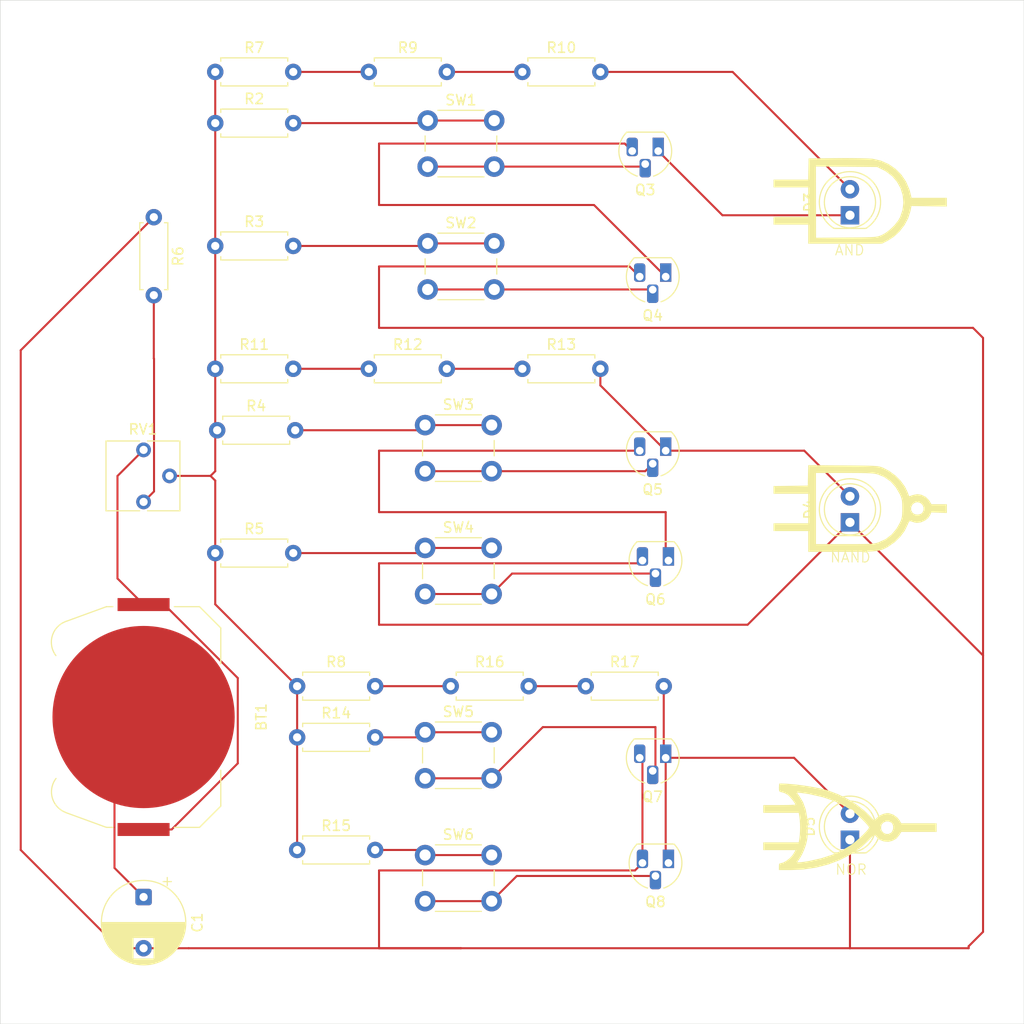
<source format=kicad_pcb>
(kicad_pcb (version 20241229) (generator "pcbnew") (generator_version "9.0")
  (layers (0 "F.Cu" signal) (2 "B.Cu" signal) (13 "F.Paste" user) (15 "B.Paste" user) (5 "F.SilkS" user "F.Silkscreen") (7 "B.SilkS" user "B.Silkscreen") (1 "F.Mask" user) (3 "B.Mask" user) (25 "Edge.Cuts" user))
  (net 0 "")
  (net 1 "Net-(BT1-+)")
  (net 2 "Net-(BT1--)")
  (net 3 "ground")
  (net 4 "Net-(D3-K)")
  (net 5 "Net-(D3-A)")
  (net 6 "Net-(D4-A)")
  (net 7 "Net-(D5-A)")
  (net 8 "Net-(Q3-B)")
  (net 9 "Net-(Q3-E)")
  (net 10 "Net-(Q4-B)")
  (net 11 "Net-(Q5-E)")
  (net 12 "Net-(Q5-B)")
  (net 13 "Net-(Q6-B)")
  (net 14 "Net-(Q7-B)")
  (net 15 "Net-(Q8-B)")
  (net 16 "Net-(R2-Pad2)")
  (net 17 "Net-(R11-Pad1)")
  (net 18 "Net-(R3-Pad2)")
  (net 19 "Net-(R4-Pad2)")
  (net 20 "Net-(R5-Pad2)")
  (net 21 "Net-(R6-Pad2)")
  (net 22 "Net-(R7-Pad2)")
  (net 23 "Net-(R16-Pad1)")
  (net 24 "Net-(R10-Pad1)")
  (net 25 "Net-(R11-Pad2)")
  (net 26 "Net-(R12-Pad2)")
  (net 27 "Net-(R14-Pad2)")
  (net 28 "Net-(R15-Pad2)")
  (net 29 "Net-(R16-Pad2)")
  (footprint "Resistor_THT:R_Axial_DIN0207_L6.3mm_D2.5mm_P7.62mm_Horizontal" (layer "F.Cu") (at 121 96)
    (property "Reference" "R11" (at 3.81 -2.37 0) (layer "F.SilkS"))
    (property "Value" "R")
    (pad "1" thru_hole circle (at 0 0) (size 1.6 1.6) (drill 0.8) (layers "*.Cu" "*.Mask") (net 17 "Net-(R11-Pad1)"))
    (pad "2" thru_hole circle (at 7.62 0) (size 1.6 1.6) (drill 0.8) (layers "*.Cu" "*.Mask") (net 25 "Net-(R11-Pad2)"))
  )
  (footprint "LED_THT:LED_D5.0mm" (layer "F.Cu") (at 183 142 90)
    (property "Reference" "D5" (at 1.27 -3.96 90) (layer "F.SilkS"))
    (property "Value" "LED")
    (pad "1" thru_hole rect (at 0 0 90) (size 1.8 1.8) (drill 0.9) (layers "*.Cu" "*.Mask") (net 3 "ground"))
    (pad "2" thru_hole circle (at 2.54 0 90) (size 1.8 1.8) (drill 0.9) (layers "*.Cu" "*.Mask") (net 7 "Net-(D5-A)"))
  )
  (footprint "Capacitor_THT:CP_Radial_D8.0mm_P5.00mm" (layer "F.Cu") (at 114 147.597349 -90)
    (property "Reference" "C1" (at 2.5 -5.25 90) (layer "F.SilkS"))
    (property "Value" "C")
    (pad "1" thru_hole roundrect (at 0 0 270) (size 1.6 1.6) (drill 0.8) (layers "*.Cu" "*.Mask") (roundrect_rratio 0.15625) (net 2 "Net-(BT1--)"))
    (pad "2" thru_hole circle (at 5 0 270) (size 1.6 1.6) (drill 0.8) (layers "*.Cu" "*.Mask") (net 3 "ground"))
  )
  (footprint "Resistor_THT:R_Axial_DIN0207_L6.3mm_D2.5mm_P7.62mm_Horizontal" (layer "F.Cu") (at 121 72)
    (property "Reference" "R2" (at 3.81 -2.37 0) (layer "F.SilkS"))
    (property "Value" "R")
    (pad "1" thru_hole circle (at 0 0) (size 1.6 1.6) (drill 0.8) (layers "*.Cu" "*.Mask") (net 17 "Net-(R11-Pad1)"))
    (pad "2" thru_hole circle (at 7.62 0) (size 1.6 1.6) (drill 0.8) (layers "*.Cu" "*.Mask") (net 16 "Net-(R2-Pad2)"))
  )
  (footprint "Button_Switch_THT:SW_PUSH_6mm" (layer "F.Cu") (at 141.5 143.5)
    (property "Reference" "SW6" (at 3.25 -2 0) (layer "F.SilkS"))
    (property "Value" "SW_Push")
    (pad "1" thru_hole circle (at 0 0 90) (size 2 2) (drill 1.1) (layers "*.Cu" "*.Mask") (net 28 "Net-(R15-Pad2)"))
    (pad "1" thru_hole circle (at 6.5 0 90) (size 2 2) (drill 1.1) (layers "*.Cu" "*.Mask") (net 28 "Net-(R15-Pad2)"))
    (pad "2" thru_hole circle (at 0 4.5 90) (size 2 2) (drill 1.1) (layers "*.Cu" "*.Mask") (net 15 "Net-(Q8-B)"))
    (pad "2" thru_hole circle (at 6.5 4.5 90) (size 2 2) (drill 1.1) (layers "*.Cu" "*.Mask") (net 15 "Net-(Q8-B)"))
  )
  (footprint "Package_TO_SOT_THT:TO-92L_HandSolder" (layer "F.Cu") (at 165.27 114.73 180)
    (property "Reference" "Q6" (at 1.27 -3.8 0) (layer "F.SilkS"))
    (property "Value" "NPN")
    (pad "1" thru_hole rect (at 0 0 180) (size 1.1 1.8) (drill 0.75 (offset 0 0.4)) (layers "*.Cu" "*.Mask") (net 11 "Net-(Q5-E)"))
    (pad "2" thru_hole roundrect (at 1.27 -1.27 180) (size 1.1 1.8) (drill 0.75 (offset 0 -0.4)) (layers "*.Cu" "*.Mask") (net 13 "Net-(Q6-B)"))
    (pad "3" thru_hole roundrect (at 2.54 0 180) (size 1.1 1.8) (drill 0.75 (offset 0 0.4)) (layers "*.Cu" "*.Mask") (net 3 "ground"))
  )
  (footprint "LOGO" (layer "F.Cu") (at 184 79.55)
    (property "Reference" "G***" (hide yes))
    (property "Value" "LOGO" (hide yes))
  )
  (footprint "Resistor_THT:R_Axial_DIN0207_L6.3mm_D2.5mm_P7.62mm_Horizontal" (layer "F.Cu") (at 115 81.19 -90)
    (property "Reference" "R6" (at 3.81 -2.37 90) (layer "F.SilkS"))
    (property "Value" "R")
    (pad "1" thru_hole circle (at 0 0 270) (size 1.6 1.6) (drill 0.8) (layers "*.Cu" "*.Mask") (net 3 "ground"))
    (pad "2" thru_hole circle (at 7.62 0 270) (size 1.6 1.6) (drill 0.8) (layers "*.Cu" "*.Mask") (net 21 "Net-(R6-Pad2)"))
  )
  (footprint "Battery:BatteryHolder_Keystone_3034_1x20mm" (layer "F.Cu") (at 114 130.015 -90)
    (property "Reference" "BT1" (at 0 -11.5 90) (layer "F.SilkS"))
    (property "Value" "Battery_Cell")
    (pad "1" smd rect (at -10.985 0 270) (size 1.27 5.08) (layers "F.Cu" "F.Mask" "F.Paste") (net 1 "Net-(BT1-+)"))
    (pad "1" smd rect (at 10.985 0 270) (size 1.27 5.08) (layers "F.Cu" "F.Mask" "F.Paste") (net 1 "Net-(BT1-+)"))
    (pad "2" smd circle (at 0 0 270) (size 17.8 17.8) (layers "F.Cu" "F.Mask") (net 2 "Net-(BT1--)"))
  )
  (footprint "Button_Switch_THT:SW_PUSH_6mm" (layer "F.Cu") (at 141.75 71.75)
    (property "Reference" "SW1" (at 3.25 -2 0) (layer "F.SilkS"))
    (property "Value" "SW_Push")
    (pad "1" thru_hole circle (at 0 0 90) (size 2 2) (drill 1.1) (layers "*.Cu" "*.Mask") (net 16 "Net-(R2-Pad2)"))
    (pad "1" thru_hole circle (at 6.5 0 90) (size 2 2) (drill 1.1) (layers "*.Cu" "*.Mask") (net 16 "Net-(R2-Pad2)"))
    (pad "2" thru_hole circle (at 0 4.5 90) (size 2 2) (drill 1.1) (layers "*.Cu" "*.Mask") (net 8 "Net-(Q3-B)"))
    (pad "2" thru_hole circle (at 6.5 4.5 90) (size 2 2) (drill 1.1) (layers "*.Cu" "*.Mask") (net 8 "Net-(Q3-B)"))
  )
  (footprint "LED_THT:LED_D5.0mm" (layer "F.Cu") (at 183 81 90)
    (property "Reference" "D3" (at 1.27 -3.96 90) (layer "F.SilkS"))
    (property "Value" "LED")
    (pad "1" thru_hole rect (at 0 0 90) (size 1.8 1.8) (drill 0.9) (layers "*.Cu" "*.Mask") (net 4 "Net-(D3-K)"))
    (pad "2" thru_hole circle (at 2.54 0 90) (size 1.8 1.8) (drill 0.9) (layers "*.Cu" "*.Mask") (net 5 "Net-(D3-A)"))
  )
  (footprint "Resistor_THT:R_Axial_DIN0207_L6.3mm_D2.5mm_P7.62mm_Horizontal" (layer "F.Cu") (at 136 96)
    (property "Reference" "R12" (at 3.81 -2.37 0) (layer "F.SilkS"))
    (property "Value" "R")
    (pad "1" thru_hole circle (at 0 0) (size 1.6 1.6) (drill 0.8) (layers "*.Cu" "*.Mask") (net 25 "Net-(R11-Pad2)"))
    (pad "2" thru_hole circle (at 7.62 0) (size 1.6 1.6) (drill 0.8) (layers "*.Cu" "*.Mask") (net 26 "Net-(R12-Pad2)"))
  )
  (footprint "Resistor_THT:R_Axial_DIN0207_L6.3mm_D2.5mm_P7.62mm_Horizontal" (layer "F.Cu") (at 121.19 102)
    (property "Reference" "R4" (at 3.81 -2.37 0) (layer "F.SilkS"))
    (property "Value" "R")
    (pad "1" thru_hole circle (at 0 0) (size 1.6 1.6) (drill 0.8) (layers "*.Cu" "*.Mask") (net 17 "Net-(R11-Pad1)"))
    (pad "2" thru_hole circle (at 7.62 0) (size 1.6 1.6) (drill 0.8) (layers "*.Cu" "*.Mask") (net 19 "Net-(R4-Pad2)"))
  )
  (footprint "Button_Switch_THT:SW_PUSH_6mm" (layer "F.Cu") (at 141.5 101.5)
    (property "Reference" "SW3" (at 3.25 -2 0) (layer "F.SilkS"))
    (property "Value" "SW_Push")
    (pad "1" thru_hole circle (at 0 0 90) (size 2 2) (drill 1.1) (layers "*.Cu" "*.Mask") (net 19 "Net-(R4-Pad2)"))
    (pad "1" thru_hole circle (at 6.5 0 90) (size 2 2) (drill 1.1) (layers "*.Cu" "*.Mask") (net 19 "Net-(R4-Pad2)"))
    (pad "2" thru_hole circle (at 0 4.5 90) (size 2 2) (drill 1.1) (layers "*.Cu" "*.Mask") (net 12 "Net-(Q5-B)"))
    (pad "2" thru_hole circle (at 6.5 4.5 90) (size 2 2) (drill 1.1) (layers "*.Cu" "*.Mask") (net 12 "Net-(Q5-B)"))
  )
  (footprint "Resistor_THT:R_Axial_DIN0207_L6.3mm_D2.5mm_P7.62mm_Horizontal" (layer "F.Cu") (at 129 143)
    (property "Reference" "R15" (at 3.81 -2.37 0) (layer "F.SilkS"))
    (property "Value" "R")
    (pad "1" thru_hole circle (at 0 0) (size 1.6 1.6) (drill 0.8) (layers "*.Cu" "*.Mask") (net 17 "Net-(R11-Pad1)"))
    (pad "2" thru_hole circle (at 7.62 0) (size 1.6 1.6) (drill 0.8) (layers "*.Cu" "*.Mask") (net 28 "Net-(R15-Pad2)"))
  )
  (footprint "Resistor_THT:R_Axial_DIN0207_L6.3mm_D2.5mm_P7.62mm_Horizontal" (layer "F.Cu") (at 129 127)
    (property "Reference" "R8" (at 3.81 -2.37 0) (layer "F.SilkS"))
    (property "Value" "R")
    (pad "1" thru_hole circle (at 0 0) (size 1.6 1.6) (drill 0.8) (layers "*.Cu" "*.Mask") (net 17 "Net-(R11-Pad1)"))
    (pad "2" thru_hole circle (at 7.62 0) (size 1.6 1.6) (drill 0.8) (layers "*.Cu" "*.Mask") (net 23 "Net-(R16-Pad1)"))
  )
  (footprint "Resistor_THT:R_Axial_DIN0207_L6.3mm_D2.5mm_P7.62mm_Horizontal" (layer "F.Cu") (at 151 96)
    (property "Reference" "R13" (at 3.81 -2.37 0) (layer "F.SilkS"))
    (property "Value" "R")
    (pad "1" thru_hole circle (at 0 0) (size 1.6 1.6) (drill 0.8) (layers "*.Cu" "*.Mask") (net 26 "Net-(R12-Pad2)"))
    (pad "2" thru_hole circle (at 7.62 0) (size 1.6 1.6) (drill 0.8) (layers "*.Cu" "*.Mask") (net 6 "Net-(D4-A)"))
  )
  (footprint "Button_Switch_THT:SW_PUSH_6mm" (layer "F.Cu") (at 141.5 131.5)
    (property "Reference" "SW5" (at 3.25 -2 0) (layer "F.SilkS"))
    (property "Value" "SW_Push")
    (pad "1" thru_hole circle (at 0 0 90) (size 2 2) (drill 1.1) (layers "*.Cu" "*.Mask") (net 27 "Net-(R14-Pad2)"))
    (pad "1" thru_hole circle (at 6.5 0 90) (size 2 2) (drill 1.1) (layers "*.Cu" "*.Mask") (net 27 "Net-(R14-Pad2)"))
    (pad "2" thru_hole circle (at 0 4.5 90) (size 2 2) (drill 1.1) (layers "*.Cu" "*.Mask") (net 14 "Net-(Q7-B)"))
    (pad "2" thru_hole circle (at 6.5 4.5 90) (size 2 2) (drill 1.1) (layers "*.Cu" "*.Mask") (net 14 "Net-(Q7-B)"))
  )
  (footprint "Button_Switch_THT:SW_PUSH_6mm" (layer "F.Cu") (at 141.5 113.5)
    (property "Reference" "SW4" (at 3.25 -2 0) (layer "F.SilkS"))
    (property "Value" "SW_Push")
    (pad "1" thru_hole circle (at 0 0 90) (size 2 2) (drill 1.1) (layers "*.Cu" "*.Mask") (net 20 "Net-(R5-Pad2)"))
    (pad "1" thru_hole circle (at 6.5 0 90) (size 2 2) (drill 1.1) (layers "*.Cu" "*.Mask") (net 20 "Net-(R5-Pad2)"))
    (pad "2" thru_hole circle (at 0 4.5 90) (size 2 2) (drill 1.1) (layers "*.Cu" "*.Mask") (net 13 "Net-(Q6-B)"))
    (pad "2" thru_hole circle (at 6.5 4.5 90) (size 2 2) (drill 1.1) (layers "*.Cu" "*.Mask") (net 13 "Net-(Q6-B)"))
  )
  (footprint "Resistor_THT:R_Axial_DIN0207_L6.3mm_D2.5mm_P7.62mm_Horizontal" (layer "F.Cu") (at 136 67)
    (property "Reference" "R9" (at 3.81 -2.37 0) (layer "F.SilkS"))
    (property "Value" "R")
    (pad "1" thru_hole circle (at 0 0) (size 1.6 1.6) (drill 0.8) (layers "*.Cu" "*.Mask") (net 22 "Net-(R7-Pad2)"))
    (pad "2" thru_hole circle (at 7.62 0) (size 1.6 1.6) (drill 0.8) (layers "*.Cu" "*.Mask") (net 24 "Net-(R10-Pad1)"))
  )
  (footprint "Resistor_THT:R_Axial_DIN0207_L6.3mm_D2.5mm_P7.62mm_Horizontal" (layer "F.Cu") (at 151 67)
    (property "Reference" "R10" (at 3.81 -2.37 0) (layer "F.SilkS"))
    (property "Value" "R")
    (pad "1" thru_hole circle (at 0 0) (size 1.6 1.6) (drill 0.8) (layers "*.Cu" "*.Mask") (net 24 "Net-(R10-Pad1)"))
    (pad "2" thru_hole circle (at 7.62 0) (size 1.6 1.6) (drill 0.8) (layers "*.Cu" "*.Mask") (net 5 "Net-(D3-A)"))
  )
  (footprint "LED_THT:LED_D5.0mm" (layer "F.Cu") (at 183 111 90)
    (property "Reference" "D4" (at 1.27 -3.96 90) (layer "F.SilkS"))
    (property "Value" "LED")
    (pad "1" thru_hole rect (at 0 0 90) (size 1.8 1.8) (drill 0.9) (layers "*.Cu" "*.Mask") (net 3 "ground"))
    (pad "2" thru_hole circle (at 2.54 0 90) (size 1.8 1.8) (drill 0.9) (layers "*.Cu" "*.Mask") (net 6 "Net-(D4-A)"))
  )
  (footprint "Resistor_THT:R_Axial_DIN0207_L6.3mm_D2.5mm_P7.62mm_Horizontal" (layer "F.Cu") (at 121 67)
    (property "Reference" "R7" (at 3.81 -2.37 0) (layer "F.SilkS"))
    (property "Value" "R")
    (pad "1" thru_hole circle (at 0 0) (size 1.6 1.6) (drill 0.8) (layers "*.Cu" "*.Mask") (net 17 "Net-(R11-Pad1)"))
    (pad "2" thru_hole circle (at 7.62 0) (size 1.6 1.6) (drill 0.8) (layers "*.Cu" "*.Mask") (net 22 "Net-(R7-Pad2)"))
  )
  (footprint "Potentiometer_THT:Potentiometer_Vishay_T73YP_Vertical" (layer "F.Cu") (at 114 109)
    (property "Reference" "RV1" (at -0.06 -7.09 0) (layer "F.SilkS"))
    (property "Value" "R_Potentiometer")
    (pad "1" thru_hole circle (at 0 0) (size 1.44 1.44) (drill 0.8) (layers "*.Cu" "*.Mask") (net 21 "Net-(R6-Pad2)"))
    (pad "2" thru_hole circle (at 2.54 -2.54) (size 1.44 1.44) (drill 0.8) (layers "*.Cu" "*.Mask") (net 17 "Net-(R11-Pad1)"))
    (pad "3" thru_hole circle (at 0 -5.08) (size 1.44 1.44) (drill 0.8) (layers "*.Cu" "*.Mask") (net 1 "Net-(BT1-+)"))
  )
  (footprint "LOGO" (layer "F.Cu") (at 184 109.65)
    (property "Reference" "G***" (hide yes))
    (property "Value" "LOGO" (hide yes))
  )
  (footprint "Package_TO_SOT_THT:TO-92L_HandSolder" (layer "F.Cu") (at 165 104 180)
    (property "Reference" "Q5" (at 1.27 -3.8 0) (layer "F.SilkS"))
    (property "Value" "NPN")
    (pad "1" thru_hole rect (at 0 0 180) (size 1.1 1.8) (drill 0.75 (offset 0 0.4)) (layers "*.Cu" "*.Mask") (net 6 "Net-(D4-A)"))
    (pad "2" thru_hole roundrect (at 1.27 -1.27 180) (size 1.1 1.8) (drill 0.75 (offset 0 -0.4)) (layers "*.Cu" "*.Mask") (net 12 "Net-(Q5-B)"))
    (pad "3" thru_hole roundrect (at 2.54 0 180) (size 1.1 1.8) (drill 0.75 (offset 0 0.4)) (layers "*.Cu" "*.Mask") (net 11 "Net-(Q5-E)"))
  )
  (footprint "Package_TO_SOT_THT:TO-92L_HandSolder" (layer "F.Cu") (at 164.27 74.73 180)
    (property "Reference" "Q3" (at 1.27 -3.8 0) (layer "F.SilkS"))
    (property "Value" "NPN")
    (pad "1" thru_hole rect (at 0 0 180) (size 1.1 1.8) (drill 0.75 (offset 0 0.4)) (layers "*.Cu" "*.Mask") (net 4 "Net-(D3-K)"))
    (pad "2" thru_hole roundrect (at 1.27 -1.27 180) (size 1.1 1.8) (drill 0.75 (offset 0 -0.4)) (layers "*.Cu" "*.Mask") (net 8 "Net-(Q3-B)"))
    (pad "3" thru_hole roundrect (at 2.54 0 180) (size 1.1 1.8) (drill 0.75 (offset 0 0.4)) (layers "*.Cu" "*.Mask") (net 9 "Net-(Q3-E)"))
  )
  (footprint "Package_TO_SOT_THT:TO-92L_HandSolder" (layer "F.Cu") (at 165.27 144.27 180)
    (property "Reference" "Q8" (at 1.27 -3.8 0) (layer "F.SilkS"))
    (property "Value" "NPN")
    (pad "1" thru_hole rect (at 0 0 180) (size 1.1 1.8) (drill 0.75 (offset 0 0.4)) (layers "*.Cu" "*.Mask") (net 7 "Net-(D5-A)"))
    (pad "2" thru_hole roundrect (at 1.27 -1.27 180) (size 1.1 1.8) (drill 0.75 (offset 0 -0.4)) (layers "*.Cu" "*.Mask") (net 15 "Net-(Q8-B)"))
    (pad "3" thru_hole roundrect (at 2.54 0 180) (size 1.1 1.8) (drill 0.75 (offset 0 0.4)) (layers "*.Cu" "*.Mask") (net 3 "ground"))
  )
  (footprint "Resistor_THT:R_Axial_DIN0207_L6.3mm_D2.5mm_P7.62mm_Horizontal" (layer "F.Cu") (at 121 114)
    (property "Reference" "R5" (at 3.81 -2.37 0) (layer "F.SilkS"))
    (property "Value" "R")
    (pad "1" thru_hole circle (at 0 0) (size 1.6 1.6) (drill 0.8) (layers "*.Cu" "*.Mask") (net 17 "Net-(R11-Pad1)"))
    (pad "2" thru_hole circle (at 7.62 0) (size 1.6 1.6) (drill 0.8) (layers "*.Cu" "*.Mask") (net 20 "Net-(R5-Pad2)"))
  )
  (footprint "Button_Switch_THT:SW_PUSH_6mm" (layer "F.Cu") (at 141.75 83.75)
    (property "Reference" "SW2" (at 3.25 -2 0) (layer "F.SilkS"))
    (property "Value" "SW_Push")
    (pad "1" thru_hole circle (at 0 0 90) (size 2 2) (drill 1.1) (layers "*.Cu" "*.Mask") (net 18 "Net-(R3-Pad2)"))
    (pad "1" thru_hole circle (at 6.5 0 90) (size 2 2) (drill 1.1) (layers "*.Cu" "*.Mask") (net 18 "Net-(R3-Pad2)"))
    (pad "2" thru_hole circle (at 0 4.5 90) (size 2 2) (drill 1.1) (layers "*.Cu" "*.Mask") (net 10 "Net-(Q4-B)"))
    (pad "2" thru_hole circle (at 6.5 4.5 90) (size 2 2) (drill 1.1) (layers "*.Cu" "*.Mask") (net 10 "Net-(Q4-B)"))
  )
  (footprint "Resistor_THT:R_Axial_DIN0207_L6.3mm_D2.5mm_P7.62mm_Horizontal" (layer "F.Cu") (at 121 84)
    (property "Reference" "R3" (at 3.81 -2.37 0) (layer "F.SilkS"))
    (property "Value" "R")
    (pad "1" thru_hole circle (at 0 0) (size 1.6 1.6) (drill 0.8) (layers "*.Cu" "*.Mask") (net 17 "Net-(R11-Pad1)"))
    (pad "2" thru_hole circle (at 7.62 0) (size 1.6 1.6) (drill 0.8) (layers "*.Cu" "*.Mask") (net 18 "Net-(R3-Pad2)"))
  )
  (footprint "Resistor_THT:R_Axial_DIN0207_L6.3mm_D2.5mm_P7.62mm_Horizontal" (layer "F.Cu") (at 144 127)
    (property "Reference" "R16" (at 3.81 -2.37 0) (layer "F.SilkS"))
    (property "Value" "R")
    (pad "1" thru_hole circle (at 0 0) (size 1.6 1.6) (drill 0.8) (layers "*.Cu" "*.Mask") (net 23 "Net-(R16-Pad1)"))
    (pad "2" thru_hole circle (at 7.62 0) (size 1.6 1.6) (drill 0.8) (layers "*.Cu" "*.Mask") (net 29 "Net-(R16-Pad2)"))
  )
  (footprint "LOGO" (layer "F.Cu") (at 183 140.73)
    (property "Reference" "G***" (hide yes))
    (property "Value" "LOGO" (hide yes))
  )
  (footprint "Resistor_THT:R_Axial_DIN0207_L6.3mm_D2.5mm_P7.62mm_Horizontal" (layer "F.Cu") (at 129 132)
    (property "Reference" "R14" (at 3.81 -2.37 0) (layer "F.SilkS"))
    (property "Value" "R")
    (pad "1" thru_hole circle (at 0 0) (size 1.6 1.6) (drill 0.8) (layers "*.Cu" "*.Mask") (net 17 "Net-(R11-Pad1)"))
    (pad "2" thru_hole circle (at 7.62 0) (size 1.6 1.6) (drill 0.8) (layers "*.Cu" "*.Mask") (net 27 "Net-(R14-Pad2)"))
  )
  (footprint "Resistor_THT:R_Axial_DIN0207_L6.3mm_D2.5mm_P7.62mm_Horizontal" (layer "F.Cu") (at 157.19 127)
    (property "Reference" "R17" (at 3.81 -2.37 0) (layer "F.SilkS"))
    (property "Value" "R")
    (pad "1" thru_hole circle (at 0 0) (size 1.6 1.6) (drill 0.8) (layers "*.Cu" "*.Mask") (net 29 "Net-(R16-Pad2)"))
    (pad "2" thru_hole circle (at 7.62 0) (size 1.6 1.6) (drill 0.8) (layers "*.Cu" "*.Mask") (net 7 "Net-(D5-A)"))
  )
  (footprint "Package_TO_SOT_THT:TO-92L_HandSolder" (layer "F.Cu") (at 165 87 180)
    (property "Reference" "Q4" (at 1.27 -3.8 0) (layer "F.SilkS"))
    (property "Value" "NPN")
    (pad "1" thru_hole rect (at 0 0 180) (size 1.1 1.8) (drill 0.75 (offset 0 0.4)) (layers "*.Cu" "*.Mask") (net 9 "Net-(Q3-E)"))
    (pad "2" thru_hole roundrect (at 1.27 -1.27 180) (size 1.1 1.8) (drill 0.75 (offset 0 -0.4)) (layers "*.Cu" "*.Mask") (net 10 "Net-(Q4-B)"))
    (pad "3" thru_hole roundrect (at 2.54 0 180) (size 1.1 1.8) (drill 0.75 (offset 0 0.4)) (layers "*.Cu" "*.Mask") (net 3 "ground"))
  )
  (footprint "Package_TO_SOT_THT:TO-92L_HandSolder" (layer "F.Cu") (at 165 134 180)
    (property "Reference" "Q7" (at 1.27 -3.8 0) (layer "F.SilkS"))
    (property "Value" "NPN")
    (pad "1" thru_hole rect (at 0 0 180) (size 1.1 1.8) (drill 0.75 (offset 0 0.4)) (layers "*.Cu" "*.Mask") (net 7 "Net-(D5-A)"))
    (pad "2" thru_hole roundrect (at 1.27 -1.27 180) (size 1.1 1.8) (drill 0.75 (offset 0 -0.4)) (layers "*.Cu" "*.Mask") (net 14 "Net-(Q7-B)"))
    (pad "3" thru_hole roundrect (at 2.54 0 180) (size 1.1 1.8) (drill 0.75 (offset 0 0.4)) (layers "*.Cu" "*.Mask") (net 3 "ground"))
  )
  (gr_rect (start 100 60) (end 200 160) (stroke (width 0.05)) (fill no) (layer "Edge.Cuts"))
  (gr_text "NOR" (at 181.5 145.5 0) (layer "F.SilkS") (effects (font (size 1 1) (thickness 0.1)) (justify left bottom)))
  (gr_text "AND" (at 181.455 85 0) (layer "F.SilkS") (effects (font (size 1 1) (thickness 0.1)) (justify left bottom)))
  (gr_text "NAND" (at 181 115 0) (layer "F.SilkS") (effects (font (size 1 1) (thickness 0.1)) (justify left bottom)))
  (segment (start 116.027179 119.03) (end 114 119.03) (width 0.2) (layer "F.Cu") (net 1))
  (segment (start 111.45 106.47) (end 111.45 116.48) (width 0.2) (layer "F.Cu") (net 1))
  (segment (start 114 141) (end 116.74 141) (width 0.2) (layer "F.Cu") (net 1))
  (segment (start 111.45 116.48) (end 114 119.03) (width 0.2) (layer "F.Cu") (net 1))
  (segment (start 123.201 134.539) (end 123.201 126.203821) (width 0.2) (layer "F.Cu") (net 1))
  (segment (start 123.201 126.203821) (end 116.027179 119.03) (width 0.2) (layer "F.Cu") (net 1))
  (segment (start 112.03 119.03) (end 114 119.03) (width 0.2) (layer "F.Cu") (net 1))
  (segment (start 116.74 141) (end 123.201 134.539) (width 0.2) (layer "F.Cu") (net 1))
  (segment (start 114 103.92) (end 111.45 106.47) (width 0.2) (layer "F.Cu") (net 1))
  (segment (start 111.159 132.856) (end 114 130.015) (width 0.2) (layer "F.Cu") (net 2))
  (segment (start 111.159 144.756349) (end 111.159 132.856) (width 0.2) (layer "F.Cu") (net 2))
  (segment (start 114 147.597349) (end 111.159 144.756349) (width 0.2) (layer "F.Cu") (net 2))
  (segment (start 137 152.597349) (end 145 152.597349) (width 0.2) (layer "F.Cu") (net 3))
  (segment (start 162.73 134.27) (end 162.73 144.27) (width 0.2) (layer "F.Cu") (net 3))
  (segment (start 195.015871 92) (end 196 92.984129) (width 0.2) (layer "F.Cu") (net 3))
  (segment (start 162 145) (end 137 145) (width 0.2) (layer "F.Cu") (net 3))
  (segment (start 196 92.984129) (end 196 124) (width 0.2) (layer "F.Cu") (net 3))
  (segment (start 137 86) (end 137 92) (width 0.2) (layer "F.Cu") (net 3))
  (segment (start 137 115) (end 137 121) (width 0.2) (layer "F.Cu") (net 3))
  (segment (start 162.46 115) (end 137 115) (width 0.2) (layer "F.Cu") (net 3))
  (segment (start 196 124) (end 196 151) (width 0.2) (layer "F.Cu") (net 3))
  (segment (start 137 92) (end 195.015871 92) (width 0.2) (layer "F.Cu") (net 3))
  (segment (start 137 145) (end 137 152.597349) (width 0.2) (layer "F.Cu") (net 3))
  (segment (start 162.46 87) (end 161.46 86) (width 0.2) (layer "F.Cu") (net 3))
  (segment (start 145 152.597349) (end 118.402651 152.597349) (width 0.2) (layer "F.Cu") (net 3))
  (segment (start 118.402651 152.597349) (end 114 152.597349) (width 0.2) (layer "F.Cu") (net 3))
  (segment (start 111.597349 152.597349) (end 114 152.597349) (width 0.2) (layer "F.Cu") (net 3))
  (segment (start 183 111) (end 196 124) (width 0.2) (layer "F.Cu") (net 3))
  (segment (start 102 143) (end 111.597349 152.597349) (width 0.2) (layer "F.Cu") (net 3))
  (segment (start 115 81.19) (end 102 94.19) (width 0.2) (layer "F.Cu") (net 3))
  (segment (start 183 142) (end 183 152.597349) (width 0.2) (layer "F.Cu") (net 3))
  (segment (start 173 121) (end 183 111) (width 0.2) (layer "F.Cu") (net 3))
  (segment (start 102 94.19) (end 102 143) (width 0.2) (layer "F.Cu") (net 3))
  (segment (start 162.46 134) (end 162.73 134.27) (width 0.2) (layer "F.Cu") (net 3))
  (segment (start 162.73 144.27) (end 162 145) (width 0.2) (layer "F.Cu") (net 3))
  (segment (start 137 121) (end 173 121) (width 0.2) (layer "F.Cu") (net 3))
  (segment (start 183 152.597349) (end 194.597349 152.597349) (width 0.2) (layer "F.Cu") (net 3))
  (segment (start 162.73 114.73) (end 162.46 115) (width 0.2) (layer "F.Cu") (net 3))
  (segment (start 194.597349 152.402651) (end 196 151) (width 0.2) (layer "F.Cu") (net 3))
  (segment (start 194.597349 152.597349) (end 194.597349 152.402651) (width 0.2) (layer "F.Cu") (net 3))
  (segment (start 183 152.597349) (end 145 152.597349) (width 0.2) (layer "F.Cu") (net 3))
  (segment (start 161.46 86) (end 137 86) (width 0.2) (layer "F.Cu") (net 3))
  (segment (start 170.54 81) (end 183 81) (width 0.2) (layer "F.Cu") (net 4))
  (segment (start 164.27 74.73) (end 170.54 81) (width 0.2) (layer "F.Cu") (net 4))
  (segment (start 171.54 67) (end 158.24 67) (width 0.2) (layer "F.Cu") (net 5))
  (segment (start 183 78.46) (end 171.54 67) (width 0.2) (layer "F.Cu") (net 5))
  (segment (start 158.62 96) (end 158.62 97.62) (width 0.2) (layer "F.Cu") (net 6))
  (segment (start 165 104) (end 178.54 104) (width 0.2) (layer "F.Cu") (net 6))
  (segment (start 158.62 97.62) (end 165 104) (width 0.2) (layer "F.Cu") (net 6))
  (segment (start 178.54 104) (end 183 108.46) (width 0.2) (layer "F.Cu") (net 6))
  (segment (start 165 144) (end 165.27 144.27) (width 0.2) (layer "F.Cu") (net 7))
  (segment (start 165 134) (end 165 144) (width 0.2) (layer "F.Cu") (net 7))
  (segment (start 164.81 127) (end 164.81 133.81) (width 0.2) (layer "F.Cu") (net 7))
  (segment (start 165 134) (end 177.54 134) (width 0.2) (layer "F.Cu") (net 7))
  (segment (start 164.81 133.81) (end 165 134) (width 0.2) (layer "F.Cu") (net 7))
  (segment (start 177.54 134) (end 183 139.46) (width 0.2) (layer "F.Cu") (net 7))
  (segment (start 148.25 76.25) (end 162.75 76.25) (width 0.2) (layer "F.Cu") (net 8))
  (segment (start 162.75 76.25) (end 163 76) (width 0.2) (layer "F.Cu") (net 8))
  (segment (start 141.75 76.25) (end 148.25 76.25) (width 0.2) (layer "F.Cu") (net 8))
  (segment (start 137 80) (end 158 80) (width 0.2) (layer "F.Cu") (net 9))
  (segment (start 161.73 74.73) (end 161 74) (width 0.2) (layer "F.Cu") (net 9))
  (segment (start 158 80) (end 165 87) (width 0.2) (layer "F.Cu") (net 9))
  (segment (start 137 74) (end 137 80) (width 0.2) (layer "F.Cu") (net 9))
  (segment (start 161 74) (end 137 74) (width 0.2) (layer "F.Cu") (net 9))
  (segment (start 163.71 88.25) (end 163.73 88.27) (width 0.2) (layer "F.Cu") (net 10))
  (segment (start 148.25 88.25) (end 163.71 88.25) (width 0.2) (layer "F.Cu") (net 10))
  (segment (start 141.75 88.25) (end 148.25 88.25) (width 0.2) (layer "F.Cu") (net 10))
  (segment (start 137 110) (end 165 110) (width 0.2) (layer "F.Cu") (net 11))
  (segment (start 165 110) (end 165 114.46) (width 0.2) (layer "F.Cu") (net 11))
  (segment (start 137 104) (end 137 110) (width 0.2) (layer "F.Cu") (net 11))
  (segment (start 162.46 104) (end 137 104) (width 0.2) (layer "F.Cu") (net 11))
  (segment (start 165 114.46) (end 165.27 114.73) (width 0.2) (layer "F.Cu") (net 11))
  (segment (start 163 106) (end 163.73 105.27) (width 0.2) (layer "F.Cu") (net 12))
  (segment (start 148 106) (end 163 106) (width 0.2) (layer "F.Cu") (net 12))
  (segment (start 141.5 106) (end 148 106) (width 0.2) (layer "F.Cu") (net 12))
  (segment (start 141.5 118) (end 148 118) (width 0.2) (layer "F.Cu") (net 13))
  (segment (start 150 116) (end 148 118) (width 0.2) (layer "F.Cu") (net 13))
  (segment (start 164 116) (end 150 116) (width 0.2) (layer "F.Cu") (net 13))
  (segment (start 164 131) (end 153 131) (width 0.2) (layer "F.Cu") (net 14))
  (segment (start 153 131) (end 148 136) (width 0.2) (layer "F.Cu") (net 14))
  (segment (start 164 135) (end 164 131) (width 0.2) (layer "F.Cu") (net 14))
  (segment (start 163.73 135.27) (end 164 135) (width 0.2) (layer "F.Cu") (net 14))
  (segment (start 141.5 136) (end 148 136) (width 0.2) (layer "F.Cu") (net 14))
  (segment (start 150.46 145.54) (end 148 148) (width 0.2) (layer "F.Cu") (net 15))
  (segment (start 141.5 148) (end 148 148) (width 0.2) (layer "F.Cu") (net 15))
  (segment (start 164 145.54) (end 150.46 145.54) (width 0.2) (layer "F.Cu") (net 15))
  (segment (start 128.62 72) (end 141.5 72) (width 0.2) (layer "F.Cu") (net 16))
  (segment (start 148.25 71.75) (end 141.75 71.75) (width 0.2) (layer "F.Cu") (net 16))
  (segment (start 141.5 72) (end 141.75 71.75) (width 0.2) (layer "F.Cu") (net 16))
  (segment (start 121 106) (end 121 84) (width 0.2) (layer "F.Cu") (net 17))
  (segment (start 129 132) (end 129 143) (width 0.2) (layer "F.Cu") (net 17))
  (segment (start 129 132) (end 129 127) (width 0.2) (layer "F.Cu") (net 17))
  (segment (start 121 114) (end 121 119) (width 0.2) (layer "F.Cu") (net 17))
  (segment (start 121 84) (end 121 72) (width 0.2) (layer "F.Cu") (net 17))
  (segment (start 121 106.92) (end 120.54 106.46) (width 0.2) (layer "F.Cu") (net 17))
  (segment (start 121 119) (end 129 127) (width 0.2) (layer "F.Cu") (net 17))
  (segment (start 120.54 106.46) (end 121 106) (width 0.2) (layer "F.Cu") (net 17))
  (segment (start 121 114) (end 121 106.92) (width 0.2) (layer "F.Cu") (net 17))
  (segment (start 116.54 106.46) (end 120.54 106.46) (width 0.2) (layer "F.Cu") (net 17))
  (segment (start 121 67) (end 121 72) (width 0.2) (layer "F.Cu") (net 17))
  (segment (start 141.5 84) (end 141.75 83.75) (width 0.2) (layer "F.Cu") (net 18))
  (segment (start 128.62 84) (end 141.5 84) (width 0.2) (layer "F.Cu") (net 18))
  (segment (start 148.25 83.75) (end 141.75 83.75) (width 0.2) (layer "F.Cu") (net 18))
  (segment (start 141 102) (end 141.5 101.5) (width 0.2) (layer "F.Cu") (net 19))
  (segment (start 128.81 102) (end 141 102) (width 0.2) (layer "F.Cu") (net 19))
  (segment (start 148 101.5) (end 141.5 101.5) (width 0.2) (layer "F.Cu") (net 19))
  (segment (start 128.62 114) (end 141 114) (width 0.2) (layer "F.Cu") (net 20))
  (segment (start 141 114) (end 141.5 113.5) (width 0.2) (layer "F.Cu") (net 20))
  (segment (start 148 113.5) (end 141.5 113.5) (width 0.2) (layer "F.Cu") (net 20))
  (segment (start 115.021 107.979) (end 115.021 95.021) (width 0.2) (layer "F.Cu") (net 21))
  (segment (start 114 109) (end 115.021 107.979) (width 0.2) (layer "F.Cu") (net 21))
  (segment (start 115 88.81) (end 115 95) (width 0.2) (layer "F.Cu") (net 21))
  (segment (start 115 95) (end 115.021 95.021) (width 0.2) (layer "F.Cu") (net 21))
  (segment (start 128.62 67) (end 136 67) (width 0.2) (layer "F.Cu") (net 22))
  (segment (start 136.62 127) (end 144 127) (width 0.2) (layer "F.Cu") (net 23))
  (segment (start 143.62 67) (end 150.62 67) (width 0.2) (layer "F.Cu") (net 24))
  (segment (start 128.62 96) (end 136 96) (width 0.2) (layer "F.Cu") (net 25))
  (segment (start 143.62 96) (end 151 96) (width 0.2) (layer "F.Cu") (net 26))
  (segment (start 141 132) (end 141.5 131.5) (width 0.2) (layer "F.Cu") (net 27))
  (segment (start 148 131.5) (end 141.5 131.5) (width 0.2) (layer "F.Cu") (net 27))
  (segment (start 136.62 132) (end 141 132) (width 0.2) (layer "F.Cu") (net 27))
  (segment (start 148 143.5) (end 141.5 143.5) (width 0.2) (layer "F.Cu") (net 28))
  (segment (start 141 143) (end 141.5 143.5) (width 0.2) (layer "F.Cu") (net 28))
  (segment (start 141 144) (end 141.5 143.5) (width 0.2) (layer "F.Cu") (net 28))
  (segment (start 136.62 143) (end 141 143) (width 0.2) (layer "F.Cu") (net 28))
  (segment (start 151.62 127) (end 157.19 127) (width 0.2) (layer "F.Cu") (net 29))
)
</source>
